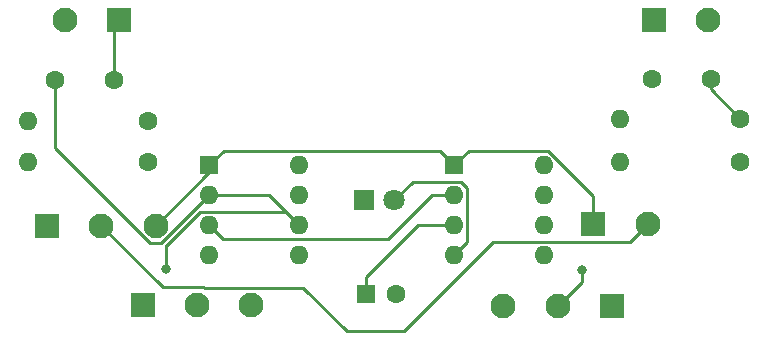
<source format=gtl>
G04 #@! TF.GenerationSoftware,KiCad,Pcbnew,(6.0.2-0)*
G04 #@! TF.CreationDate,2024-10-15T18:59:14-04:00*
G04 #@! TF.ProjectId,Common Circuits,436f6d6d-6f6e-4204-9369-726375697473,rev?*
G04 #@! TF.SameCoordinates,Original*
G04 #@! TF.FileFunction,Copper,L1,Top*
G04 #@! TF.FilePolarity,Positive*
%FSLAX46Y46*%
G04 Gerber Fmt 4.6, Leading zero omitted, Abs format (unit mm)*
G04 Created by KiCad (PCBNEW (6.0.2-0)) date 2024-10-15 18:59:14*
%MOMM*%
%LPD*%
G01*
G04 APERTURE LIST*
G04 Aperture macros list*
%AMRoundRect*
0 Rectangle with rounded corners*
0 $1 Rounding radius*
0 $2 $3 $4 $5 $6 $7 $8 $9 X,Y pos of 4 corners*
0 Add a 4 corners polygon primitive as box body*
4,1,4,$2,$3,$4,$5,$6,$7,$8,$9,$2,$3,0*
0 Add four circle primitives for the rounded corners*
1,1,$1+$1,$2,$3*
1,1,$1+$1,$4,$5*
1,1,$1+$1,$6,$7*
1,1,$1+$1,$8,$9*
0 Add four rect primitives between the rounded corners*
20,1,$1+$1,$2,$3,$4,$5,0*
20,1,$1+$1,$4,$5,$6,$7,0*
20,1,$1+$1,$6,$7,$8,$9,0*
20,1,$1+$1,$8,$9,$2,$3,0*%
G04 Aperture macros list end*
G04 #@! TA.AperFunction,ComponentPad*
%ADD10C,1.600000*%
G04 #@! TD*
G04 #@! TA.AperFunction,ComponentPad*
%ADD11O,1.600000X1.600000*%
G04 #@! TD*
G04 #@! TA.AperFunction,ComponentPad*
%ADD12RoundRect,0.250001X-0.799999X-0.799999X0.799999X-0.799999X0.799999X0.799999X-0.799999X0.799999X0*%
G04 #@! TD*
G04 #@! TA.AperFunction,ComponentPad*
%ADD13C,2.100000*%
G04 #@! TD*
G04 #@! TA.AperFunction,ComponentPad*
%ADD14R,1.600000X1.600000*%
G04 #@! TD*
G04 #@! TA.AperFunction,ComponentPad*
%ADD15RoundRect,0.250001X0.799999X0.799999X-0.799999X0.799999X-0.799999X-0.799999X0.799999X-0.799999X0*%
G04 #@! TD*
G04 #@! TA.AperFunction,ComponentPad*
%ADD16R,1.800000X1.800000*%
G04 #@! TD*
G04 #@! TA.AperFunction,ComponentPad*
%ADD17C,1.800000*%
G04 #@! TD*
G04 #@! TA.AperFunction,ViaPad*
%ADD18C,0.800000*%
G04 #@! TD*
G04 #@! TA.AperFunction,Conductor*
%ADD19C,0.250000*%
G04 #@! TD*
G04 APERTURE END LIST*
D10*
X157430000Y-78050000D03*
D11*
X147270000Y-78050000D03*
D12*
X98750000Y-83400000D03*
D13*
X103350000Y-83400000D03*
X107950000Y-83400000D03*
D12*
X145000000Y-83300000D03*
D13*
X149600000Y-83300000D03*
D12*
X150150000Y-66000000D03*
D13*
X154750000Y-66000000D03*
D14*
X133200000Y-78300000D03*
D11*
X133200000Y-80840000D03*
X133200000Y-83380000D03*
X133200000Y-85920000D03*
X140820000Y-85920000D03*
X140820000Y-83380000D03*
X140820000Y-80840000D03*
X140820000Y-78300000D03*
D10*
X157430000Y-74350000D03*
D11*
X147270000Y-74350000D03*
D10*
X154950000Y-70950000D03*
X149950000Y-70950000D03*
X107300000Y-78000000D03*
D11*
X97140000Y-78000000D03*
D13*
X137400000Y-90200000D03*
X142000000Y-90200000D03*
D15*
X146600000Y-90200000D03*
D14*
X125794888Y-89150000D03*
D10*
X128294888Y-89150000D03*
D15*
X104850000Y-66000000D03*
D13*
X100250000Y-66000000D03*
D10*
X107280000Y-74500000D03*
D11*
X97120000Y-74500000D03*
D10*
X104400000Y-71100000D03*
X99400000Y-71100000D03*
D14*
X112500000Y-78300000D03*
D11*
X112500000Y-80840000D03*
X112500000Y-83380000D03*
X112500000Y-85920000D03*
X120120000Y-85920000D03*
X120120000Y-83380000D03*
X120120000Y-80840000D03*
X120120000Y-78300000D03*
D12*
X106850000Y-90150000D03*
D13*
X111450000Y-90150000D03*
X116050000Y-90150000D03*
D16*
X125625000Y-81250000D03*
D17*
X128165000Y-81250000D03*
D18*
X144050000Y-87150000D03*
X108800000Y-87100000D03*
D19*
X108800000Y-87100000D02*
X108800000Y-85000000D01*
X108850000Y-85150000D02*
X111744511Y-82255489D01*
X111744511Y-82255489D02*
X118995489Y-82255489D01*
X144050000Y-87150000D02*
X144050000Y-88150000D01*
X144050000Y-88150000D02*
X142000000Y-90200000D01*
X133200000Y-85920000D02*
X134324511Y-84795489D01*
X134324511Y-84795489D02*
X134324511Y-80249022D01*
X134324511Y-80249022D02*
X133790978Y-79715489D01*
X133790978Y-79715489D02*
X129699511Y-79715489D01*
X129699511Y-79715489D02*
X128165000Y-81250000D01*
X103350000Y-83400000D02*
X108575489Y-88625489D01*
X108575489Y-88625489D02*
X112019342Y-88625489D01*
X112043853Y-88650000D02*
X120450000Y-88650000D01*
X112019342Y-88625489D02*
X112043853Y-88650000D01*
X120450000Y-88650000D02*
X124150000Y-92350000D01*
X124150000Y-92350000D02*
X129000000Y-92350000D01*
X129000000Y-92350000D02*
X136554511Y-84795489D01*
X136554511Y-84795489D02*
X148104511Y-84795489D01*
X148104511Y-84795489D02*
X149600000Y-83300000D01*
X99400000Y-71100000D02*
X99400000Y-76793853D01*
X112460000Y-80840000D02*
X112500000Y-80840000D01*
X99400000Y-76793853D02*
X107506147Y-84900000D01*
X107506147Y-84900000D02*
X108400000Y-84900000D01*
X108400000Y-84900000D02*
X112460000Y-80840000D01*
X112500000Y-80840000D02*
X117580000Y-80840000D01*
X117580000Y-80840000D02*
X120120000Y-83380000D01*
X107950000Y-83400000D02*
X112500000Y-78850000D01*
X112500000Y-78850000D02*
X112500000Y-78300000D01*
X104850000Y-66000000D02*
X104400000Y-66450000D01*
X104400000Y-66450000D02*
X104400000Y-71100000D01*
X157430000Y-74350000D02*
X154950000Y-71870000D01*
X154950000Y-71870000D02*
X154950000Y-70950000D01*
X113700000Y-77100000D02*
X132000000Y-77100000D01*
X145000000Y-80889700D02*
X141160300Y-77050000D01*
X141160300Y-77050000D02*
X134450000Y-77050000D01*
X145000000Y-83300000D02*
X145000000Y-80889700D01*
X112500000Y-78300000D02*
X113700000Y-77100000D01*
X132000000Y-77100000D02*
X133200000Y-78300000D01*
X134450000Y-77050000D02*
X133200000Y-78300000D01*
X112500000Y-83380000D02*
X113624511Y-84504511D01*
X113624511Y-84504511D02*
X127659771Y-84504511D01*
X127659771Y-84504511D02*
X131324282Y-80840000D01*
X131324282Y-80840000D02*
X133200000Y-80840000D01*
X130137859Y-83380000D02*
X125794888Y-87722971D01*
X133200000Y-83380000D02*
X130137859Y-83380000D01*
X125794888Y-87722971D02*
X125794888Y-89150000D01*
M02*

</source>
